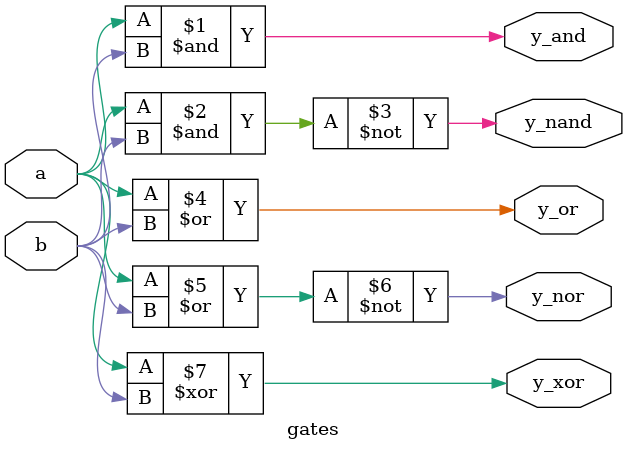
<source format=v>
`timescale 1ns / 1ps


module gates(
    input a,
    input b,
    output y_and,
    output y_nand,
    output y_or,
    output y_nor,
    output y_xor
    );
    
    assign y_and = a&b;
    assign y_nand = ~(a&b);
    assign y_or = a|b;
    assign y_nor = ~(a|b);
    assign y_xor = a^b;
        


    
           
    
endmodule

</source>
